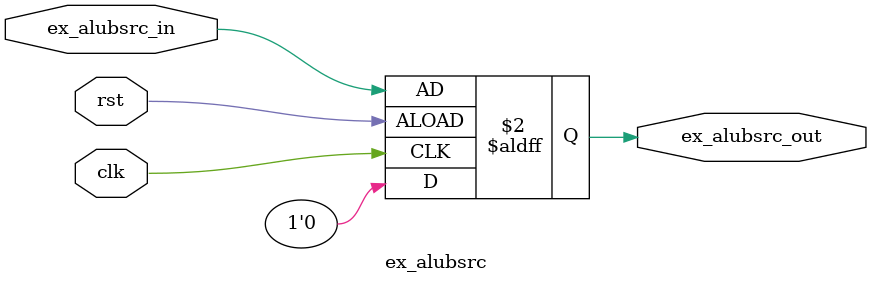
<source format=sv>
module ex_alubsrc(
    input logic clk,
    input logic rst,
    input logic ex_alubsrc_in = 1'b0, 
    output logic ex_alubsrc_out
     
);

    always_ff @(posedge clk or negedge rst) begin
        if (rst) begin
            ex_alubsrc_out <= 1'b0; 
        end else begin
            ex_alubsrc_out <= ex_alubsrc_in; 
        end
    end
endmodule
</source>
